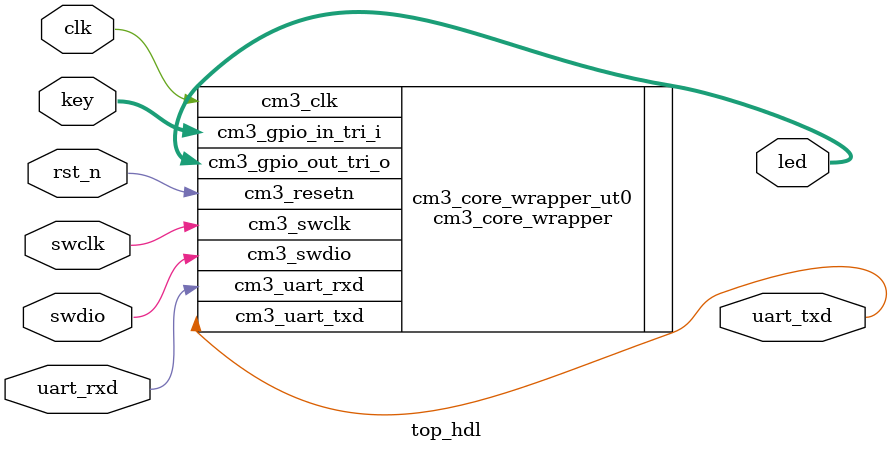
<source format=v>
/***************************************************************
 * Copyright @ 公众号：电子电路开发学习
 * ModuleName : top_hdl.v 
 * Date       : 2022年3月20日
 * Time       : 15:57:07
 * Author     : wcc
 * Function   : cortex m3 on xilinx artix-7 xc7a100t project top module
 * Version    : v1.0
 *      Version | Modify
 *      ----------------------------------
 *       v1.0    .....
 ***************************************************************/

module top_hdl(
    //Inputs
    input clk,
    input rst_n,
    input swclk,
    input uart_rxd,
    input [3:0] key,
    
    //Outputs
    output [3:0] led,
    output uart_txd,

    //Inouts
    inout swdio
);

cm3_core_wrapper cm3_core_wrapper_ut0(
    //Inputs
    .cm3_clk(clk),
    .cm3_resetn(rst_n),
    .cm3_gpio_in_tri_i(key[3:0]),
    .cm3_swclk(swclk),
    .cm3_uart_rxd(uart_rxd),
    
    //Outputs
    .cm3_gpio_out_tri_o(led[3:0]),
    .cm3_uart_txd(uart_txd),
    
    //Inouts
    .cm3_swdio(swdio)
);

endmodule   //top_hdl end


</source>
